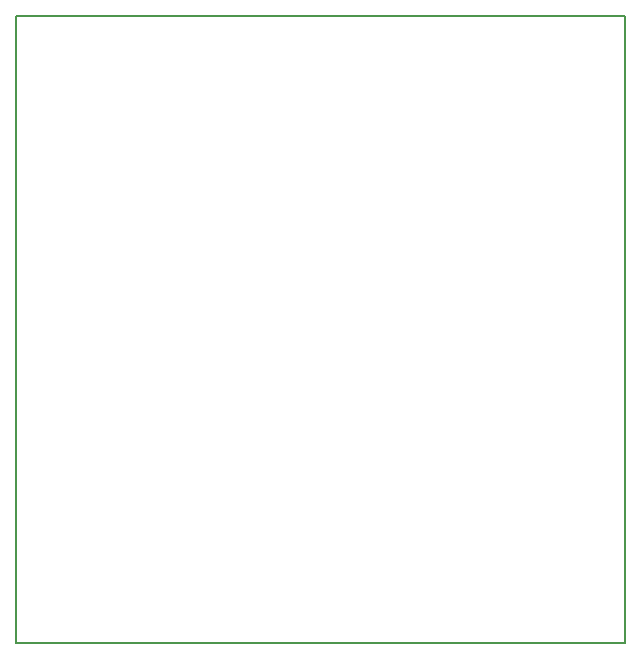
<source format=gbr>
G04 #@! TF.GenerationSoftware,KiCad,Pcbnew,(5.0.1)-rc2*
G04 #@! TF.CreationDate,2018-12-27T01:27:39+01:00*
G04 #@! TF.ProjectId,IoP_plant_base,496F505F706C616E745F626173652E6B,rev?*
G04 #@! TF.SameCoordinates,Original*
G04 #@! TF.FileFunction,Profile,NP*
%FSLAX46Y46*%
G04 Gerber Fmt 4.6, Leading zero omitted, Abs format (unit mm)*
G04 Created by KiCad (PCBNEW (5.0.1)-rc2) date 2018/12/27 1:27:39*
%MOMM*%
%LPD*%
G01*
G04 APERTURE LIST*
%ADD10C,0.150000*%
G04 APERTURE END LIST*
D10*
X97663000Y-124206000D02*
X97663000Y-71120000D01*
X149237700Y-124206000D02*
X97663000Y-124206000D01*
X149237700Y-71120000D02*
X149237700Y-124206000D01*
X97663000Y-71120000D02*
X149237700Y-71120000D01*
M02*

</source>
